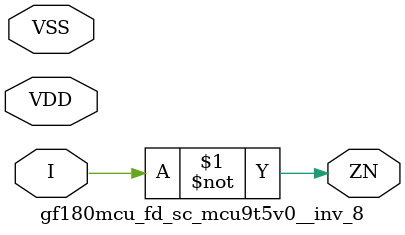
<source format=v>

module gf180mcu_fd_sc_mcu9t5v0__inv_8( I, ZN, VDD, VSS );
input I;
inout VDD, VSS;
output ZN;

	not MGM_BG_0( ZN, I );

endmodule

</source>
